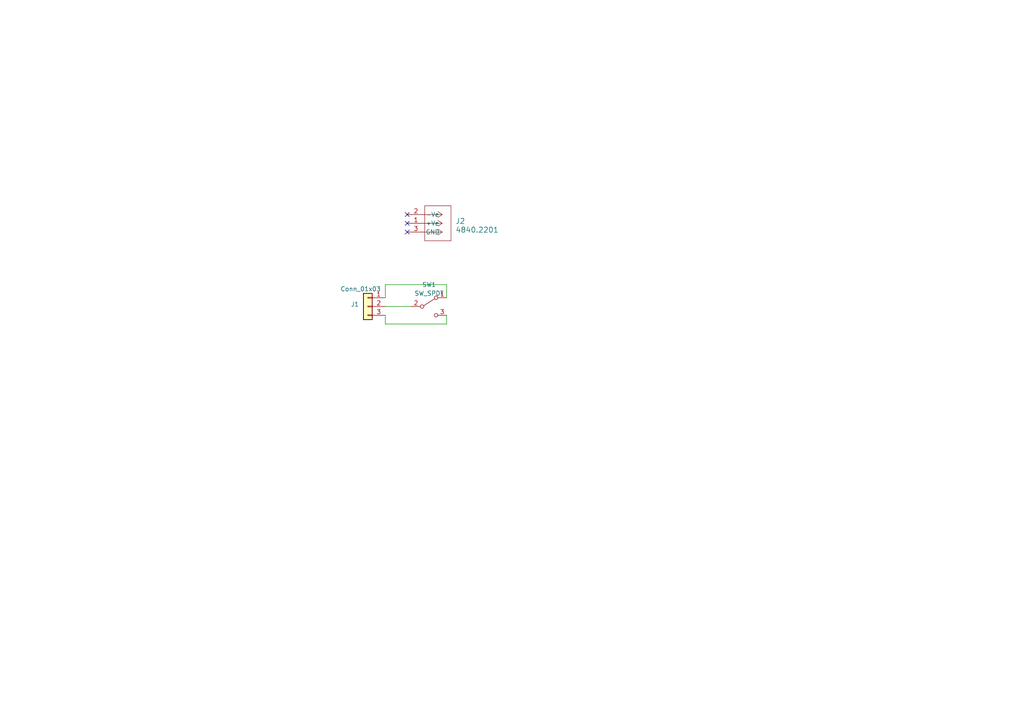
<source format=kicad_sch>
(kicad_sch (version 20230121) (generator eeschema)

  (uuid ec86ce07-c9cf-435c-96c9-73697d27d8a9)

  (paper "A4")

  (lib_symbols
    (symbol "2023-12-05_13-09-39:4840.2201" (pin_names (offset 0.254)) (in_bom yes) (on_board yes)
      (property "Reference" "J" (at 8.89 6.35 0)
        (effects (font (size 1.524 1.524)))
      )
      (property "Value" "4840.2201" (at 1.27 5.08 0)
        (effects (font (size 1.524 1.524)))
      )
      (property "Footprint" "CONN_4840.2201_SCH" (at 1.27 8.89 0)
        (effects (font (size 1.27 1.27) italic) hide)
      )
      (property "Datasheet" "4840.2201" (at 0 0 0)
        (effects (font (size 1.27 1.27) italic) hide)
      )
      (property "ki_locked" "" (at 0 0 0)
        (effects (font (size 1.27 1.27)))
      )
      (property "ki_keywords" "4840.2201" (at 0 0 0)
        (effects (font (size 1.27 1.27)) hide)
      )
      (property "ki_fp_filters" "CONN_4840.2201_SCH" (at 0 0 0)
        (effects (font (size 1.27 1.27)) hide)
      )
      (symbol "4840.2201_1_1"
        (polyline
          (pts
            (xy 5.08 -7.62)
            (xy 12.7 -7.62)
          )
          (stroke (width 0.127) (type default))
          (fill (type none))
        )
        (polyline
          (pts
            (xy 5.08 2.54)
            (xy 5.08 -7.62)
          )
          (stroke (width 0.127) (type default))
          (fill (type none))
        )
        (polyline
          (pts
            (xy 10.16 -5.08)
            (xy 5.08 -5.08)
          )
          (stroke (width 0.127) (type default))
          (fill (type none))
        )
        (polyline
          (pts
            (xy 10.16 -5.08)
            (xy 8.89 -5.9267)
          )
          (stroke (width 0.127) (type default))
          (fill (type none))
        )
        (polyline
          (pts
            (xy 10.16 -5.08)
            (xy 8.89 -4.2333)
          )
          (stroke (width 0.127) (type default))
          (fill (type none))
        )
        (polyline
          (pts
            (xy 10.16 -2.54)
            (xy 5.08 -2.54)
          )
          (stroke (width 0.127) (type default))
          (fill (type none))
        )
        (polyline
          (pts
            (xy 10.16 -2.54)
            (xy 8.89 -3.3867)
          )
          (stroke (width 0.127) (type default))
          (fill (type none))
        )
        (polyline
          (pts
            (xy 10.16 -2.54)
            (xy 8.89 -1.6933)
          )
          (stroke (width 0.127) (type default))
          (fill (type none))
        )
        (polyline
          (pts
            (xy 10.16 0)
            (xy 5.08 0)
          )
          (stroke (width 0.127) (type default))
          (fill (type none))
        )
        (polyline
          (pts
            (xy 10.16 0)
            (xy 8.89 -0.8467)
          )
          (stroke (width 0.127) (type default))
          (fill (type none))
        )
        (polyline
          (pts
            (xy 10.16 0)
            (xy 8.89 0.8467)
          )
          (stroke (width 0.127) (type default))
          (fill (type none))
        )
        (polyline
          (pts
            (xy 12.7 -7.62)
            (xy 12.7 2.54)
          )
          (stroke (width 0.127) (type default))
          (fill (type none))
        )
        (polyline
          (pts
            (xy 12.7 2.54)
            (xy 5.08 2.54)
          )
          (stroke (width 0.127) (type default))
          (fill (type none))
        )
        (pin power_in line (at 0 -2.54 0) (length 5.08)
          (name "+Ve" (effects (font (size 1.27 1.27))))
          (number "1" (effects (font (size 1.27 1.27))))
        )
        (pin power_in line (at 0 0 0) (length 5.08)
          (name "-Ve" (effects (font (size 1.27 1.27))))
          (number "2" (effects (font (size 1.27 1.27))))
        )
        (pin power_in line (at 0 -5.08 0) (length 5.08)
          (name "GND" (effects (font (size 1.27 1.27))))
          (number "3" (effects (font (size 1.27 1.27))))
        )
      )
      (symbol "4840.2201_1_2"
        (polyline
          (pts
            (xy 5.08 -7.62)
            (xy 12.7 -7.62)
          )
          (stroke (width 0.127) (type default))
          (fill (type none))
        )
        (polyline
          (pts
            (xy 5.08 2.54)
            (xy 5.08 -7.62)
          )
          (stroke (width 0.127) (type default))
          (fill (type none))
        )
        (polyline
          (pts
            (xy 7.62 -5.08)
            (xy 5.08 -5.08)
          )
          (stroke (width 0.127) (type default))
          (fill (type none))
        )
        (polyline
          (pts
            (xy 7.62 -5.08)
            (xy 8.89 -5.9267)
          )
          (stroke (width 0.127) (type default))
          (fill (type none))
        )
        (polyline
          (pts
            (xy 7.62 -5.08)
            (xy 8.89 -4.2333)
          )
          (stroke (width 0.127) (type default))
          (fill (type none))
        )
        (polyline
          (pts
            (xy 7.62 -2.54)
            (xy 5.08 -2.54)
          )
          (stroke (width 0.127) (type default))
          (fill (type none))
        )
        (polyline
          (pts
            (xy 7.62 -2.54)
            (xy 8.89 -3.3867)
          )
          (stroke (width 0.127) (type default))
          (fill (type none))
        )
        (polyline
          (pts
            (xy 7.62 -2.54)
            (xy 8.89 -1.6933)
          )
          (stroke (width 0.127) (type default))
          (fill (type none))
        )
        (polyline
          (pts
            (xy 7.62 0)
            (xy 5.08 0)
          )
          (stroke (width 0.127) (type default))
          (fill (type none))
        )
        (polyline
          (pts
            (xy 7.62 0)
            (xy 8.89 -0.8467)
          )
          (stroke (width 0.127) (type default))
          (fill (type none))
        )
        (polyline
          (pts
            (xy 7.62 0)
            (xy 8.89 0.8467)
          )
          (stroke (width 0.127) (type default))
          (fill (type none))
        )
        (polyline
          (pts
            (xy 12.7 -7.62)
            (xy 12.7 2.54)
          )
          (stroke (width 0.127) (type default))
          (fill (type none))
        )
        (polyline
          (pts
            (xy 12.7 2.54)
            (xy 5.08 2.54)
          )
          (stroke (width 0.127) (type default))
          (fill (type none))
        )
        (pin unspecified line (at 0 -2.54 0) (length 5.08)
          (name "1" (effects (font (size 1.27 1.27))))
          (number "1" (effects (font (size 1.27 1.27))))
        )
        (pin unspecified line (at 0 0 0) (length 5.08)
          (name "2" (effects (font (size 1.27 1.27))))
          (number "2" (effects (font (size 1.27 1.27))))
        )
        (pin unspecified line (at 0 -5.08 0) (length 5.08)
          (name "3" (effects (font (size 1.27 1.27))))
          (number "3" (effects (font (size 1.27 1.27))))
        )
      )
    )
    (symbol "Connector_Generic:Conn_01x03" (pin_names (offset 1.016) hide) (in_bom yes) (on_board yes)
      (property "Reference" "J" (at 0 5.08 0)
        (effects (font (size 1.27 1.27)))
      )
      (property "Value" "Conn_01x03" (at 0 -5.08 0)
        (effects (font (size 1.27 1.27)))
      )
      (property "Footprint" "" (at 0 0 0)
        (effects (font (size 1.27 1.27)) hide)
      )
      (property "Datasheet" "~" (at 0 0 0)
        (effects (font (size 1.27 1.27)) hide)
      )
      (property "ki_keywords" "connector" (at 0 0 0)
        (effects (font (size 1.27 1.27)) hide)
      )
      (property "ki_description" "Generic connector, single row, 01x03, script generated (kicad-library-utils/schlib/autogen/connector/)" (at 0 0 0)
        (effects (font (size 1.27 1.27)) hide)
      )
      (property "ki_fp_filters" "Connector*:*_1x??_*" (at 0 0 0)
        (effects (font (size 1.27 1.27)) hide)
      )
      (symbol "Conn_01x03_1_1"
        (rectangle (start -1.27 -2.413) (end 0 -2.667)
          (stroke (width 0.1524) (type default))
          (fill (type none))
        )
        (rectangle (start -1.27 0.127) (end 0 -0.127)
          (stroke (width 0.1524) (type default))
          (fill (type none))
        )
        (rectangle (start -1.27 2.667) (end 0 2.413)
          (stroke (width 0.1524) (type default))
          (fill (type none))
        )
        (rectangle (start -1.27 3.81) (end 1.27 -3.81)
          (stroke (width 0.254) (type default))
          (fill (type background))
        )
        (pin passive line (at -5.08 2.54 0) (length 3.81)
          (name "Pin_1" (effects (font (size 1.27 1.27))))
          (number "1" (effects (font (size 1.27 1.27))))
        )
        (pin passive line (at -5.08 0 0) (length 3.81)
          (name "Pin_2" (effects (font (size 1.27 1.27))))
          (number "2" (effects (font (size 1.27 1.27))))
        )
        (pin passive line (at -5.08 -2.54 0) (length 3.81)
          (name "Pin_3" (effects (font (size 1.27 1.27))))
          (number "3" (effects (font (size 1.27 1.27))))
        )
      )
    )
    (symbol "Switch:SW_SPDT" (pin_names (offset 0) hide) (in_bom yes) (on_board yes)
      (property "Reference" "SW" (at 0 4.318 0)
        (effects (font (size 1.27 1.27)))
      )
      (property "Value" "SW_SPDT" (at 0 -5.08 0)
        (effects (font (size 1.27 1.27)))
      )
      (property "Footprint" "" (at 0 0 0)
        (effects (font (size 1.27 1.27)) hide)
      )
      (property "Datasheet" "~" (at 0 0 0)
        (effects (font (size 1.27 1.27)) hide)
      )
      (property "ki_keywords" "switch single-pole double-throw spdt ON-ON" (at 0 0 0)
        (effects (font (size 1.27 1.27)) hide)
      )
      (property "ki_description" "Switch, single pole double throw" (at 0 0 0)
        (effects (font (size 1.27 1.27)) hide)
      )
      (symbol "SW_SPDT_0_0"
        (circle (center -2.032 0) (radius 0.508)
          (stroke (width 0) (type default))
          (fill (type none))
        )
        (circle (center 2.032 -2.54) (radius 0.508)
          (stroke (width 0) (type default))
          (fill (type none))
        )
      )
      (symbol "SW_SPDT_0_1"
        (polyline
          (pts
            (xy -1.524 0.254)
            (xy 1.651 2.286)
          )
          (stroke (width 0) (type default))
          (fill (type none))
        )
        (circle (center 2.032 2.54) (radius 0.508)
          (stroke (width 0) (type default))
          (fill (type none))
        )
      )
      (symbol "SW_SPDT_1_1"
        (pin passive line (at 5.08 2.54 180) (length 2.54)
          (name "A" (effects (font (size 1.27 1.27))))
          (number "1" (effects (font (size 1.27 1.27))))
        )
        (pin passive line (at -5.08 0 0) (length 2.54)
          (name "B" (effects (font (size 1.27 1.27))))
          (number "2" (effects (font (size 1.27 1.27))))
        )
        (pin passive line (at 5.08 -2.54 180) (length 2.54)
          (name "C" (effects (font (size 1.27 1.27))))
          (number "3" (effects (font (size 1.27 1.27))))
        )
      )
    )
  )


  (no_connect (at 118.11 64.77) (uuid 0f19cb51-bcc4-4edb-befd-1302202f3c90))
  (no_connect (at 118.11 67.31) (uuid 27ab3147-d591-4f7b-82b4-6cb45f2c0d00))
  (no_connect (at 118.11 62.23) (uuid 6d32ef71-469d-4de5-9f0d-18c4da7f0bf8))

  (wire (pts (xy 111.76 93.98) (xy 111.76 91.44))
    (stroke (width 0) (type default))
    (uuid 06de593c-a5ec-4a43-9781-6a200c08485e)
  )
  (wire (pts (xy 111.76 88.9) (xy 119.38 88.9))
    (stroke (width 0) (type default))
    (uuid 1c765f21-eddf-411c-9f5c-6169b82345f8)
  )
  (wire (pts (xy 129.54 93.98) (xy 111.76 93.98))
    (stroke (width 0) (type default))
    (uuid 8240a076-695d-4f5f-ba97-4896012ddc2b)
  )
  (wire (pts (xy 129.54 82.55) (xy 111.76 82.55))
    (stroke (width 0) (type default))
    (uuid 8d98c65b-31a1-4581-8a45-73a0aa6fe810)
  )
  (wire (pts (xy 129.54 91.44) (xy 129.54 93.98))
    (stroke (width 0) (type default))
    (uuid b68dda5d-bdf3-4c50-9b43-9dfc036a908b)
  )
  (wire (pts (xy 129.54 86.36) (xy 129.54 82.55))
    (stroke (width 0) (type default))
    (uuid ea1a2a3c-0872-445b-a97c-6edba4f24319)
  )
  (wire (pts (xy 111.76 82.55) (xy 111.76 86.36))
    (stroke (width 0) (type default))
    (uuid f5c1404b-600b-4ed7-baee-8a43e79ebf12)
  )

  (symbol (lib_id "Switch:SW_SPDT") (at 124.46 88.9 0) (unit 1)
    (in_bom yes) (on_board yes) (dnp no)
    (uuid 8321085f-12f0-439a-a88b-ae6363dbfdb8)
    (property "Reference" "SW2" (at 124.46 82.55 0)
      (effects (font (size 1.27 1.27)))
    )
    (property "Value" "SW_SPDT" (at 124.46 85.09 0)
      (effects (font (size 1.27 1.27)))
    )
    (property "Footprint" "Library:RS_Pro_SPDT_8466720" (at 124.46 88.9 0)
      (effects (font (size 1.27 1.27)) hide)
    )
    (property "Datasheet" "~" (at 124.46 88.9 0)
      (effects (font (size 1.27 1.27)) hide)
    )
    (pin "1" (uuid 6c3e2d90-05a0-4bae-9c83-bdb00877c1de))
    (pin "2" (uuid a369c61c-38a2-48b0-b6d4-a7b630e922f5))
    (pin "3" (uuid 2aab31e0-cf10-4b68-be51-fb49e525618f))
    (instances
      (project "EC"
        (path "/253d96fc-e3e7-475c-97d3-54a32a6a1970"
          (reference "SW2") (unit 1)
        )
        (path "/253d96fc-e3e7-475c-97d3-54a32a6a1970/562c3ef4-3faf-4a2b-b183-c065b2c5f1b8"
          (reference "SW1") (unit 1)
        )
      )
      (project "footswitch"
        (path "/ec86ce07-c9cf-435c-96c9-73697d27d8a9"
          (reference "SW1") (unit 1)
        )
      )
    )
  )

  (symbol (lib_id "2023-12-05_13-09-39:4840.2201") (at 118.11 62.23 0) (unit 1)
    (in_bom yes) (on_board yes) (dnp no) (fields_autoplaced)
    (uuid cfaf3a63-b8d5-4108-8d93-985c6adfb2dd)
    (property "Reference" "J2" (at 132.08 64.135 0)
      (effects (font (size 1.524 1.524)) (justify left))
    )
    (property "Value" "4840.2201" (at 132.08 66.675 0)
      (effects (font (size 1.524 1.524)) (justify left))
    )
    (property "Footprint" "CONN_4840.2201_SCH" (at 119.38 53.34 0)
      (effects (font (size 1.27 1.27) italic) hide)
    )
    (property "Datasheet" "4840.2201" (at 118.11 62.23 0)
      (effects (font (size 1.27 1.27) italic) hide)
    )
    (pin "1" (uuid b5a64b05-cace-4efd-8c2d-9bbc717e5207))
    (pin "2" (uuid 41b10a8b-a801-46c8-b5bf-3f0979cd53e0))
    (pin "3" (uuid 848e9d99-3af6-45ad-8c5f-9cc7b578d3ff))
    (instances
      (project "footswitch"
        (path "/ec86ce07-c9cf-435c-96c9-73697d27d8a9"
          (reference "J2") (unit 1)
        )
      )
    )
  )

  (symbol (lib_id "Connector_Generic:Conn_01x03") (at 106.68 88.9 0) (mirror y) (unit 1)
    (in_bom yes) (on_board yes) (dnp no)
    (uuid f0322e9f-c057-4583-8c39-faf6715c3a85)
    (property "Reference" "J9" (at 104.14 88.265 0)
      (effects (font (size 1.27 1.27)) (justify left))
    )
    (property "Value" "Conn_01x03" (at 110.49 83.82 0)
      (effects (font (size 1.27 1.27)) (justify left))
    )
    (property "Footprint" "Connector_JST:JST_XH_S3B-XH-A-1_1x03_P2.50mm_Horizontal" (at 106.68 88.9 0)
      (effects (font (size 1.27 1.27)) hide)
    )
    (property "Datasheet" "~" (at 106.68 88.9 0)
      (effects (font (size 1.27 1.27)) hide)
    )
    (pin "1" (uuid fa65910f-1fb0-421d-afa2-1e3786fd9417))
    (pin "2" (uuid b172ffbd-df92-4460-bb07-6c2c09f871d8))
    (pin "3" (uuid 2f63e79b-128c-4afd-b46f-92e1614ca164))
    (instances
      (project "EC"
        (path "/253d96fc-e3e7-475c-97d3-54a32a6a1970"
          (reference "J9") (unit 1)
        )
        (path "/253d96fc-e3e7-475c-97d3-54a32a6a1970/562c3ef4-3faf-4a2b-b183-c065b2c5f1b8"
          (reference "J9") (unit 1)
        )
      )
      (project "footswitch"
        (path "/ec86ce07-c9cf-435c-96c9-73697d27d8a9"
          (reference "J1") (unit 1)
        )
      )
    )
  )

  (sheet_instances
    (path "/" (page "1"))
  )
)

</source>
